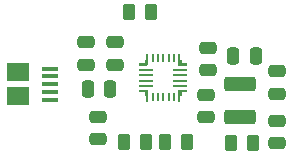
<source format=gbr>
%TF.GenerationSoftware,KiCad,Pcbnew,(6.0.11)*%
%TF.CreationDate,2023-10-05T10:27:58-03:00*%
%TF.ProjectId,gerenciador_de_bateria_2.0,67657265-6e63-4696-9164-6f725f64655f,rev?*%
%TF.SameCoordinates,Original*%
%TF.FileFunction,Paste,Top*%
%TF.FilePolarity,Positive*%
%FSLAX46Y46*%
G04 Gerber Fmt 4.6, Leading zero omitted, Abs format (unit mm)*
G04 Created by KiCad (PCBNEW (6.0.11)) date 2023-10-05 10:27:58*
%MOMM*%
%LPD*%
G01*
G04 APERTURE LIST*
G04 Aperture macros list*
%AMRoundRect*
0 Rectangle with rounded corners*
0 $1 Rounding radius*
0 $2 $3 $4 $5 $6 $7 $8 $9 X,Y pos of 4 corners*
0 Add a 4 corners polygon primitive as box body*
4,1,4,$2,$3,$4,$5,$6,$7,$8,$9,$2,$3,0*
0 Add four circle primitives for the rounded corners*
1,1,$1+$1,$2,$3*
1,1,$1+$1,$4,$5*
1,1,$1+$1,$6,$7*
1,1,$1+$1,$8,$9*
0 Add four rect primitives between the rounded corners*
20,1,$1+$1,$2,$3,$4,$5,0*
20,1,$1+$1,$4,$5,$6,$7,0*
20,1,$1+$1,$6,$7,$8,$9,0*
20,1,$1+$1,$8,$9,$2,$3,0*%
G04 Aperture macros list end*
%ADD10R,0.127000X0.127000*%
%ADD11R,1.200000X0.200000*%
%ADD12R,0.200000X0.800000*%
%ADD13RoundRect,0.250000X0.475000X-0.250000X0.475000X0.250000X-0.475000X0.250000X-0.475000X-0.250000X0*%
%ADD14RoundRect,0.250000X0.262500X0.450000X-0.262500X0.450000X-0.262500X-0.450000X0.262500X-0.450000X0*%
%ADD15RoundRect,0.250000X-0.475000X0.250000X-0.475000X-0.250000X0.475000X-0.250000X0.475000X0.250000X0*%
%ADD16R,1.900000X1.500000*%
%ADD17R,1.350000X0.400000*%
%ADD18RoundRect,0.250000X-0.250000X-0.475000X0.250000X-0.475000X0.250000X0.475000X-0.250000X0.475000X0*%
%ADD19RoundRect,0.250000X0.250000X0.475000X-0.250000X0.475000X-0.250000X-0.475000X0.250000X-0.475000X0*%
%ADD20RoundRect,0.250000X-0.262500X-0.450000X0.262500X-0.450000X0.262500X0.450000X-0.262500X0.450000X0*%
%ADD21RoundRect,0.250000X1.075000X-0.375000X1.075000X0.375000X-1.075000X0.375000X-1.075000X-0.375000X0*%
G04 APERTURE END LIST*
%TO.C,U1*%
G36*
X118350000Y-124649999D02*
G01*
X118150000Y-124649999D01*
X118150000Y-124149999D01*
X118050000Y-124149999D01*
X118050000Y-123824999D01*
X117550000Y-123824999D01*
X117550000Y-123624999D01*
X118350000Y-123624999D01*
X118350000Y-124649999D01*
G37*
G36*
X118350000Y-121424998D02*
G01*
X118200000Y-121574998D01*
X117550000Y-121574998D01*
X117550000Y-121374998D01*
X118050000Y-121374998D01*
X118050000Y-121049998D01*
X118150000Y-121049998D01*
X118150000Y-120549998D01*
X118350000Y-120549998D01*
X118350000Y-121424998D01*
G37*
G36*
X121050000Y-121049996D02*
G01*
X121150000Y-121049996D01*
X121150000Y-121374996D01*
X121650000Y-121374996D01*
X121650000Y-121574996D01*
X120850000Y-121574996D01*
X120850000Y-120549996D01*
X121050000Y-120549996D01*
X121050000Y-121049996D01*
G37*
G36*
X121650000Y-123825002D02*
G01*
X121150000Y-123825002D01*
X121150000Y-124150002D01*
X121050000Y-124150002D01*
X121050000Y-124650002D01*
X120850000Y-124650002D01*
X120850000Y-123625002D01*
X121650000Y-123625002D01*
X121650000Y-123825002D01*
G37*
%TD*%
D10*
%TO.C,U1*%
X117950000Y-121474998D03*
D11*
X118150000Y-121925000D03*
X118150000Y-122374999D03*
X118150000Y-122825001D03*
X118150000Y-123275000D03*
D10*
X117950000Y-123724999D03*
X118250000Y-124249999D03*
D12*
X118699999Y-124249999D03*
X119150001Y-124249999D03*
X119600000Y-124249999D03*
X120049999Y-124249999D03*
X120500001Y-124249999D03*
D10*
X120950000Y-124249999D03*
X121250000Y-123725002D03*
D11*
X121050000Y-123275000D03*
X121050000Y-122825001D03*
X121050000Y-122374999D03*
X121050000Y-121925000D03*
D10*
X121250000Y-121475001D03*
X120950000Y-120950001D03*
D12*
X120500001Y-120950001D03*
X120049999Y-120950001D03*
X119600000Y-120950001D03*
X119150001Y-120950001D03*
X118699999Y-120950001D03*
D10*
X118250000Y-120950001D03*
%TD*%
D13*
%TO.C,C5*%
X114120000Y-127800000D03*
X114120000Y-125900000D03*
%TD*%
D14*
%TO.C,R2*%
X118108100Y-128016000D03*
X116283100Y-128016000D03*
%TD*%
D15*
%TO.C,C9*%
X123370000Y-120060000D03*
X123370000Y-121960000D03*
%TD*%
D16*
%TO.C,USB*%
X107322100Y-122133600D03*
X107322100Y-124133600D03*
D17*
X110022100Y-124433600D03*
X110022100Y-123783600D03*
X110022100Y-123133600D03*
X110022100Y-122483600D03*
X110022100Y-121833600D03*
%TD*%
D18*
%TO.C,C7*%
X125530000Y-120750000D03*
X127430000Y-120750000D03*
%TD*%
D13*
%TO.C,C12*%
X115530000Y-119570000D03*
X115530000Y-121470000D03*
%TD*%
D19*
%TO.C,C3*%
X115120000Y-123530000D03*
X113220000Y-123530000D03*
%TD*%
D20*
%TO.C,R3*%
X125376300Y-128117600D03*
X127201300Y-128117600D03*
%TD*%
D13*
%TO.C,C10*%
X129270000Y-123940000D03*
X129270000Y-122040000D03*
%TD*%
D21*
%TO.C,L1*%
X126140000Y-125920000D03*
X126140000Y-123120000D03*
%TD*%
D13*
%TO.C,C1*%
X113060000Y-119590000D03*
X113060000Y-121490000D03*
%TD*%
D14*
%TO.C,RILIM1*%
X116717500Y-117000000D03*
X118542500Y-117000000D03*
%TD*%
D13*
%TO.C,C4*%
X123190000Y-125918000D03*
X123190000Y-124018000D03*
%TD*%
%TO.C,C6*%
X129235200Y-128153200D03*
X129235200Y-126253200D03*
%TD*%
D14*
%TO.C,R10*%
X121613300Y-128016000D03*
X119788300Y-128016000D03*
%TD*%
M02*

</source>
